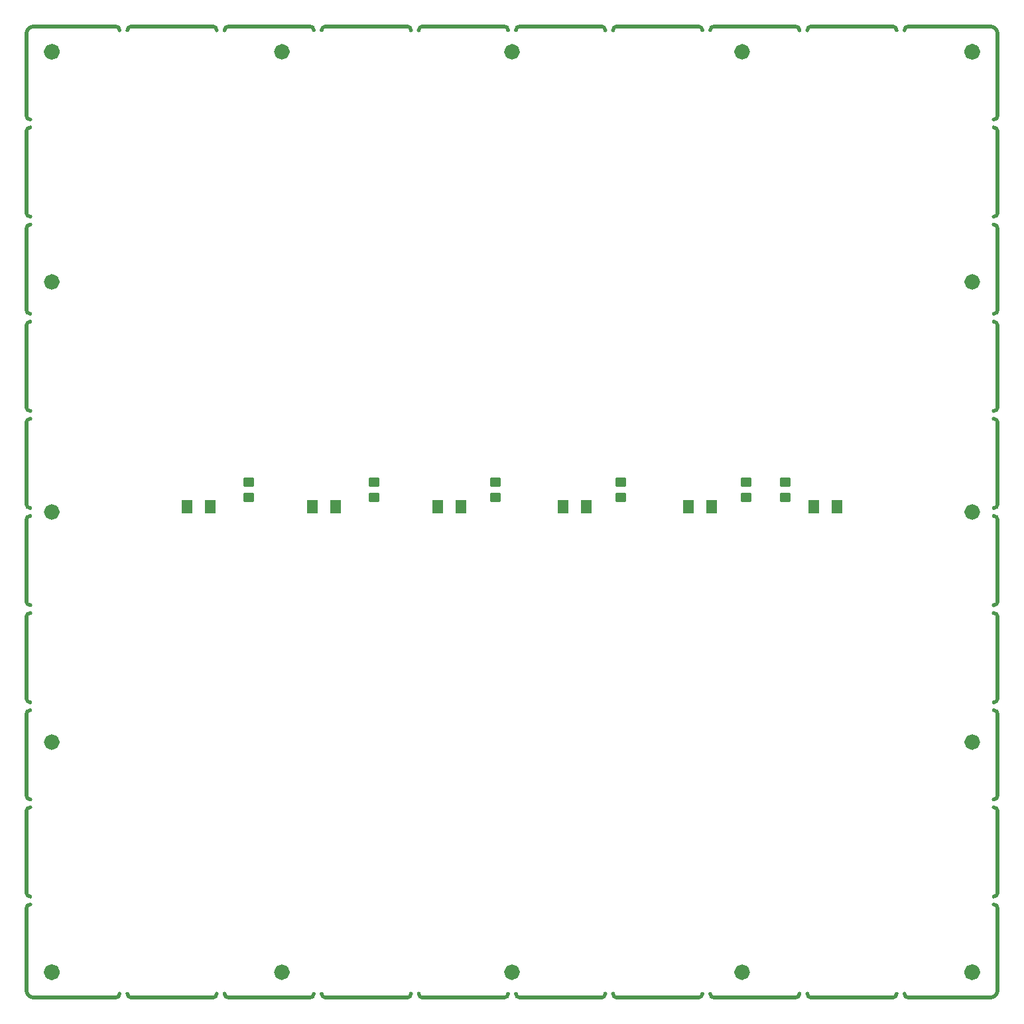
<source format=gtp>
G04 #@! TF.GenerationSoftware,KiCad,Pcbnew,9.0.1+1*
G04 #@! TF.CreationDate,2025-05-09T02:39:02+00:00*
G04 #@! TF.ProjectId,stencil,7374656e-6369-46c2-9e6b-696361645f70,rev?*
G04 #@! TF.SameCoordinates,Original*
G04 #@! TF.FileFunction,Paste,Top*
G04 #@! TF.FilePolarity,Positive*
%FSLAX46Y46*%
G04 Gerber Fmt 4.6, Leading zero omitted, Abs format (unit mm)*
G04 Created by KiCad (PCBNEW 9.0.1+1) date 2025-05-09 02:39:02*
%MOMM*%
%LPD*%
G01*
G04 APERTURE LIST*
G04 Aperture macros list*
%AMRoundRect*
0 Rectangle with rounded corners*
0 $1 Rounding radius*
0 $2 $3 $4 $5 $6 $7 $8 $9 X,Y pos of 4 corners*
0 Add a 4 corners polygon primitive as box body*
4,1,4,$2,$3,$4,$5,$6,$7,$8,$9,$2,$3,0*
0 Add four circle primitives for the rounded corners*
1,1,$1+$1,$2,$3*
1,1,$1+$1,$4,$5*
1,1,$1+$1,$6,$7*
1,1,$1+$1,$8,$9*
0 Add four rect primitives between the rounded corners*
20,1,$1+$1,$2,$3,$4,$5,0*
20,1,$1+$1,$4,$5,$6,$7,0*
20,1,$1+$1,$6,$7,$8,$9,0*
20,1,$1+$1,$8,$9,$2,$3,0*%
G04 Aperture macros list end*
%ADD10C,0.500000*%
%ADD11C,1.000000*%
%ADD12C,1.050000*%
%ADD13RoundRect,0.250000X0.450000X-0.350000X0.450000X0.350000X-0.450000X0.350000X-0.450000X-0.350000X0*%
%ADD14RoundRect,0.250001X0.462499X0.624999X-0.462499X0.624999X-0.462499X-0.624999X0.462499X-0.624999X0*%
%ADD15RoundRect,0.250001X-0.462499X-0.624999X0.462499X-0.624999X0.462499X0.624999X-0.462499X0.624999X0*%
G04 APERTURE END LIST*
D10*
X87209983Y-131840000D02*
G75*
G02*
X86710000Y-131340000I17J500000D01*
G01*
X49509983Y-8340000D02*
G75*
G02*
X50009983Y-7839983I500017J0D01*
G01*
D11*
X99109983Y-11090000D02*
G75*
G02*
X98109983Y-11090000I-500000J0D01*
G01*
X98109983Y-11090000D02*
G75*
G02*
X99109983Y-11090000I500000J0D01*
G01*
D10*
X160609983Y-120440000D02*
X160609983Y-130840000D01*
X62409983Y-7840000D02*
X72809983Y-7840000D01*
X122409983Y-7840000D02*
G75*
G02*
X122910000Y-8340000I17J-500000D01*
G01*
D11*
X157859983Y-99215000D02*
G75*
G02*
X156859983Y-99215000I-500000J0D01*
G01*
X156859983Y-99215000D02*
G75*
G02*
X157859983Y-99215000I500000J0D01*
G01*
D10*
X74309983Y-8340000D02*
G75*
G02*
X74809983Y-7839983I500017J0D01*
G01*
X110009983Y-7840000D02*
G75*
G02*
X110510000Y-8340000I17J-500000D01*
G01*
X160109983Y-45540000D02*
G75*
G02*
X160610000Y-46040000I17J-500000D01*
G01*
D11*
X157859983Y-69840000D02*
G75*
G02*
X156859983Y-69840000I-500000J0D01*
G01*
X156859983Y-69840000D02*
G75*
G02*
X157859983Y-69840000I500000J0D01*
G01*
D10*
X98109983Y-131340000D02*
G75*
G02*
X97609983Y-131839983I-499983J0D01*
G01*
X160609983Y-8840000D02*
X160609983Y-19240000D01*
X160609983Y-118440000D02*
G75*
G02*
X160109983Y-118939983I-499983J0D01*
G01*
D11*
X99109983Y-128590000D02*
G75*
G02*
X98109983Y-128590000I-500000J0D01*
G01*
X98109983Y-128590000D02*
G75*
G02*
X99109983Y-128590000I500000J0D01*
G01*
D10*
X112009983Y-7840000D02*
X122409983Y-7840000D01*
X50009983Y-7840000D02*
X60409983Y-7840000D01*
X136309983Y-8340000D02*
G75*
G02*
X136809983Y-7839983I500017J0D01*
G01*
X36609983Y-46040000D02*
X36609983Y-56440000D01*
X99609983Y-7840000D02*
X110009983Y-7840000D01*
X37109983Y-118940000D02*
G75*
G02*
X36610000Y-118440000I17J500000D01*
G01*
X37109983Y-69340000D02*
G75*
G02*
X36610000Y-68840000I17J500000D01*
G01*
X159609983Y-7840000D02*
G75*
G02*
X160610000Y-8840000I17J-1000000D01*
G01*
X36609983Y-70840000D02*
X36609983Y-81240000D01*
X99609983Y-131840000D02*
X110009983Y-131840000D01*
X36609983Y-120440000D02*
G75*
G02*
X37109983Y-119939983I500017J0D01*
G01*
D11*
X40359983Y-99215000D02*
G75*
G02*
X39359983Y-99215000I-500000J0D01*
G01*
X39359983Y-99215000D02*
G75*
G02*
X40359983Y-99215000I500000J0D01*
G01*
D10*
X124409983Y-7840000D02*
X134809983Y-7840000D01*
X73309983Y-131340000D02*
G75*
G02*
X72809983Y-131839983I-499983J0D01*
G01*
X62409983Y-131840000D02*
X72809983Y-131840000D01*
X112009983Y-131840000D02*
G75*
G02*
X111510000Y-131340000I17J500000D01*
G01*
D11*
X40359983Y-69840000D02*
G75*
G02*
X39359983Y-69840000I-500000J0D01*
G01*
X39359983Y-69840000D02*
G75*
G02*
X40359983Y-69840000I500000J0D01*
G01*
D10*
X37609983Y-7840000D02*
X48009983Y-7840000D01*
X160109983Y-119940000D02*
G75*
G02*
X160610000Y-120440000I17J-500000D01*
G01*
X36609983Y-83240000D02*
G75*
G02*
X37109983Y-82739983I500017J0D01*
G01*
X37109983Y-56940000D02*
G75*
G02*
X36610000Y-56440000I17J500000D01*
G01*
X61909983Y-8340000D02*
G75*
G02*
X62409983Y-7839983I500017J0D01*
G01*
X136809983Y-131840000D02*
X147209983Y-131840000D01*
X37109983Y-44540000D02*
G75*
G02*
X36610000Y-44040000I17J500000D01*
G01*
X160109983Y-20740000D02*
G75*
G02*
X160610000Y-21240000I17J-500000D01*
G01*
D12*
X40384983Y-11090000D02*
G75*
G02*
X39334983Y-11090000I-525000J0D01*
G01*
X39334983Y-11090000D02*
G75*
G02*
X40384983Y-11090000I525000J0D01*
G01*
D10*
X74809983Y-7840000D02*
X85209983Y-7840000D01*
X48009983Y-7840000D02*
G75*
G02*
X48510000Y-8340000I17J-500000D01*
G01*
X160609983Y-68840000D02*
G75*
G02*
X160109983Y-69339983I-499983J0D01*
G01*
X149209983Y-131840000D02*
G75*
G02*
X148710000Y-131340000I17J500000D01*
G01*
D11*
X40359983Y-40465000D02*
G75*
G02*
X39359983Y-40465000I-500000J0D01*
G01*
X39359983Y-40465000D02*
G75*
G02*
X40359983Y-40465000I500000J0D01*
G01*
D10*
X36609983Y-46040000D02*
G75*
G02*
X37109983Y-45539983I500017J0D01*
G01*
X37109983Y-81740000D02*
G75*
G02*
X36610000Y-81240000I17J500000D01*
G01*
X122909983Y-131340000D02*
G75*
G02*
X122409983Y-131839983I-499983J0D01*
G01*
D12*
X40384983Y-128590000D02*
G75*
G02*
X39334983Y-128590000I-525000J0D01*
G01*
X39334983Y-128590000D02*
G75*
G02*
X40384983Y-128590000I525000J0D01*
G01*
D10*
X36609983Y-8840000D02*
G75*
G02*
X37609983Y-7839983I1000017J0D01*
G01*
X36609983Y-8840000D02*
X36609983Y-19240000D01*
X37109983Y-19740000D02*
G75*
G02*
X36610000Y-19240000I17J500000D01*
G01*
X36609983Y-58440000D02*
X36609983Y-68840000D01*
X62409983Y-131840000D02*
G75*
G02*
X61910000Y-131340000I17J500000D01*
G01*
X136809983Y-7840000D02*
X147209983Y-7840000D01*
X74809983Y-131840000D02*
G75*
G02*
X74310000Y-131340000I17J500000D01*
G01*
X85209983Y-7840000D02*
G75*
G02*
X85710000Y-8340000I17J-500000D01*
G01*
X149209983Y-131840000D02*
X159609983Y-131840000D01*
X160109983Y-95140000D02*
G75*
G02*
X160610000Y-95640000I17J-500000D01*
G01*
X160609983Y-19240000D02*
G75*
G02*
X160109983Y-19739983I-499983J0D01*
G01*
X99609983Y-131840000D02*
G75*
G02*
X99110000Y-131340000I17J500000D01*
G01*
X160109983Y-107540000D02*
G75*
G02*
X160610000Y-108040000I17J-500000D01*
G01*
X112009983Y-131840000D02*
X122409983Y-131840000D01*
X36609983Y-108040000D02*
X36609983Y-118440000D01*
X36609983Y-95640000D02*
X36609983Y-106040000D01*
X147209983Y-7840000D02*
G75*
G02*
X147710000Y-8340000I17J-500000D01*
G01*
X160609983Y-58440000D02*
X160609983Y-68840000D01*
X36609983Y-70840000D02*
G75*
G02*
X37109983Y-70339983I500017J0D01*
G01*
X135309983Y-131340000D02*
G75*
G02*
X134809983Y-131839983I-499983J0D01*
G01*
X36609983Y-120440000D02*
X36609983Y-130840000D01*
X160609983Y-33640000D02*
X160609983Y-44040000D01*
X97609983Y-7840000D02*
G75*
G02*
X98110000Y-8340000I17J-500000D01*
G01*
X160609983Y-44040000D02*
G75*
G02*
X160109983Y-44539983I-499983J0D01*
G01*
X160609983Y-21240000D02*
X160609983Y-31640000D01*
D11*
X69734983Y-11090000D02*
G75*
G02*
X68734983Y-11090000I-500000J0D01*
G01*
X68734983Y-11090000D02*
G75*
G02*
X69734983Y-11090000I500000J0D01*
G01*
D10*
X149209983Y-7840000D02*
X159609983Y-7840000D01*
X160109983Y-82740000D02*
G75*
G02*
X160610000Y-83240000I17J-500000D01*
G01*
X148709983Y-8340000D02*
G75*
G02*
X149209983Y-7839983I500017J0D01*
G01*
X36609983Y-58440000D02*
G75*
G02*
X37109983Y-57939983I500017J0D01*
G01*
X37609983Y-131840000D02*
X48009983Y-131840000D01*
X37109983Y-94140000D02*
G75*
G02*
X36610000Y-93640000I17J500000D01*
G01*
D12*
X157884983Y-128590000D02*
G75*
G02*
X156834983Y-128590000I-525000J0D01*
G01*
X156834983Y-128590000D02*
G75*
G02*
X157884983Y-128590000I525000J0D01*
G01*
D10*
X36609983Y-33640000D02*
G75*
G02*
X37109983Y-33139983I500017J0D01*
G01*
X36609983Y-95640000D02*
G75*
G02*
X37109983Y-95139983I500017J0D01*
G01*
X124409983Y-131840000D02*
G75*
G02*
X123910000Y-131340000I17J500000D01*
G01*
X160609983Y-56440000D02*
G75*
G02*
X160109983Y-56939983I-499983J0D01*
G01*
X60909983Y-131340000D02*
G75*
G02*
X60409983Y-131839983I-499983J0D01*
G01*
X36609983Y-21240000D02*
X36609983Y-31640000D01*
X36609983Y-33640000D02*
X36609983Y-44040000D01*
X72809983Y-7840000D02*
G75*
G02*
X73310000Y-8340000I17J-500000D01*
G01*
X124409983Y-131840000D02*
X134809983Y-131840000D01*
X147709983Y-131340000D02*
G75*
G02*
X147209983Y-131839983I-499983J0D01*
G01*
X48509983Y-131340000D02*
G75*
G02*
X48009983Y-131839983I-499983J0D01*
G01*
X111509983Y-8340000D02*
G75*
G02*
X112009983Y-7839983I500017J0D01*
G01*
X36609983Y-108040000D02*
G75*
G02*
X37109983Y-107539983I500017J0D01*
G01*
X60409983Y-7840000D02*
G75*
G02*
X60910000Y-8340000I17J-500000D01*
G01*
X160609983Y-70840000D02*
X160609983Y-81240000D01*
X123909983Y-8340000D02*
G75*
G02*
X124409983Y-7839983I500017J0D01*
G01*
X37609983Y-131840000D02*
G75*
G02*
X36610000Y-130840000I17J1000000D01*
G01*
D11*
X128484983Y-11090000D02*
G75*
G02*
X127484983Y-11090000I-500000J0D01*
G01*
X127484983Y-11090000D02*
G75*
G02*
X128484983Y-11090000I500000J0D01*
G01*
D10*
X160109983Y-57940000D02*
G75*
G02*
X160610000Y-58440000I17J-500000D01*
G01*
X37109983Y-106540000D02*
G75*
G02*
X36610000Y-106040000I17J500000D01*
G01*
X36609983Y-83240000D02*
X36609983Y-93640000D01*
X160609983Y-83240000D02*
X160609983Y-93640000D01*
X160109983Y-33140000D02*
G75*
G02*
X160610000Y-33640000I17J-500000D01*
G01*
X74809983Y-131840000D02*
X85209983Y-131840000D01*
X87209983Y-7840000D02*
X97609983Y-7840000D01*
X50009983Y-131840000D02*
G75*
G02*
X49510000Y-131340000I17J500000D01*
G01*
X160609983Y-31640000D02*
G75*
G02*
X160109983Y-32139983I-499983J0D01*
G01*
D12*
X157884983Y-11090000D02*
G75*
G02*
X156834983Y-11090000I-525000J0D01*
G01*
X156834983Y-11090000D02*
G75*
G02*
X157884983Y-11090000I525000J0D01*
G01*
D10*
X36609983Y-21240000D02*
G75*
G02*
X37109983Y-20739983I500017J0D01*
G01*
X160609983Y-93640000D02*
G75*
G02*
X160109983Y-94139983I-499983J0D01*
G01*
X99109983Y-8340000D02*
G75*
G02*
X99609983Y-7839983I500017J0D01*
G01*
D11*
X157859983Y-40465000D02*
G75*
G02*
X156859983Y-40465000I-500000J0D01*
G01*
X156859983Y-40465000D02*
G75*
G02*
X157859983Y-40465000I500000J0D01*
G01*
X128484983Y-128590000D02*
G75*
G02*
X127484983Y-128590000I-500000J0D01*
G01*
X127484983Y-128590000D02*
G75*
G02*
X128484983Y-128590000I500000J0D01*
G01*
D10*
X50009983Y-131840000D02*
X60409983Y-131840000D01*
X160609983Y-95640000D02*
X160609983Y-106040000D01*
X160109983Y-70340000D02*
G75*
G02*
X160610000Y-70840000I17J-500000D01*
G01*
X37109983Y-32140000D02*
G75*
G02*
X36610000Y-31640000I17J500000D01*
G01*
D11*
X69734983Y-128590000D02*
G75*
G02*
X68734983Y-128590000I-500000J0D01*
G01*
X68734983Y-128590000D02*
G75*
G02*
X69734983Y-128590000I500000J0D01*
G01*
D10*
X160609983Y-106040000D02*
G75*
G02*
X160109983Y-106539983I-499983J0D01*
G01*
X160609983Y-81240000D02*
G75*
G02*
X160109983Y-81739983I-499983J0D01*
G01*
X86709983Y-8340000D02*
G75*
G02*
X87209983Y-7839983I500017J0D01*
G01*
X85709983Y-131340000D02*
G75*
G02*
X85209983Y-131839983I-499983J0D01*
G01*
X134809983Y-7840000D02*
G75*
G02*
X135310000Y-8340000I17J-500000D01*
G01*
X87209983Y-131840000D02*
X97609983Y-131840000D01*
X136809983Y-131840000D02*
G75*
G02*
X136310000Y-131340000I17J500000D01*
G01*
X160609983Y-108040000D02*
X160609983Y-118440000D01*
X110509983Y-131340000D02*
G75*
G02*
X110009983Y-131839983I-499983J0D01*
G01*
X160609983Y-46040000D02*
X160609983Y-56440000D01*
X160609983Y-130840000D02*
G75*
G02*
X159609983Y-131839983I-999983J0D01*
G01*
D13*
G04 #@! TO.C,R15*
X96500000Y-68000000D03*
X96500000Y-66000000D03*
G04 #@! TD*
D14*
G04 #@! TO.C,D2*
X76097483Y-69200000D03*
X73122483Y-69200000D03*
G04 #@! TD*
D13*
G04 #@! TO.C,R18*
X133500000Y-68000000D03*
X133500000Y-66000000D03*
G04 #@! TD*
D14*
G04 #@! TO.C,D3*
X92097483Y-69200000D03*
X89122483Y-69200000D03*
G04 #@! TD*
D15*
G04 #@! TO.C,D6*
X137122483Y-69200000D03*
X140097483Y-69200000D03*
G04 #@! TD*
D13*
G04 #@! TO.C,R13*
X65000000Y-68000000D03*
X65000000Y-66000000D03*
G04 #@! TD*
D14*
G04 #@! TO.C,D4*
X108097483Y-69200000D03*
X105122483Y-69200000D03*
G04 #@! TD*
D13*
G04 #@! TO.C,R17*
X128500000Y-68000000D03*
X128500000Y-66000000D03*
G04 #@! TD*
G04 #@! TO.C,R14*
X81000000Y-68000000D03*
X81000000Y-66000000D03*
G04 #@! TD*
G04 #@! TO.C,R16*
X112500000Y-68000000D03*
X112500000Y-66000000D03*
G04 #@! TD*
D14*
G04 #@! TO.C,D5*
X124097483Y-69200000D03*
X121122483Y-69200000D03*
G04 #@! TD*
G04 #@! TO.C,D1*
X60097483Y-69200000D03*
X57122483Y-69200000D03*
G04 #@! TD*
M02*

</source>
